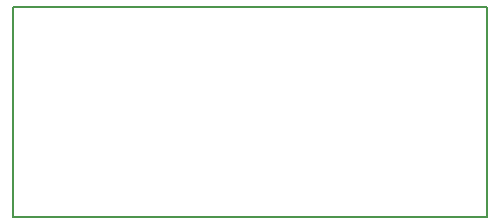
<source format=gbr>
G04 #@! TF.FileFunction,Profile,NP*
%FSLAX46Y46*%
G04 Gerber Fmt 4.6, Leading zero omitted, Abs format (unit mm)*
G04 Created by KiCad (PCBNEW 4.0.7) date 04/27/18 14:39:09*
%MOMM*%
%LPD*%
G01*
G04 APERTURE LIST*
%ADD10C,0.150000*%
%ADD11C,0.200000*%
G04 APERTURE END LIST*
D10*
D11*
X121920000Y-124460000D02*
X121920000Y-106680000D01*
X162052000Y-124460000D02*
X121920000Y-124460000D01*
X162052000Y-106680000D02*
X162052000Y-124460000D01*
X121920000Y-106680000D02*
X162052000Y-106680000D01*
M02*

</source>
